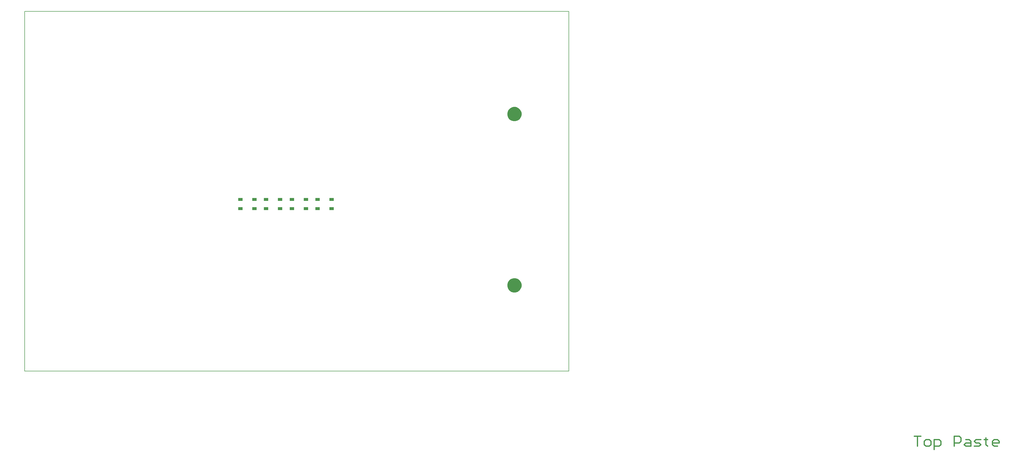
<source format=gtp>
G04*
G04 #@! TF.GenerationSoftware,Altium Limited,Altium Designer,20.0.10 (225)*
G04*
G04 Layer_Color=8421504*
%FSLAX25Y25*%
%MOIN*%
G70*
G01*
G75*
%ADD10C,0.01575*%
%ADD11C,0.00591*%
%ADD12R,0.05906X0.03937*%
G36*
X474409Y39370D02*
Y38401D01*
X474788Y36499D01*
X475530Y34708D01*
X476607Y33096D01*
X477978Y31725D01*
X479590Y30648D01*
X481381Y29906D01*
X483283Y29528D01*
X484252D01*
X485221D01*
X487123Y29906D01*
X488914Y30648D01*
X490526Y31725D01*
X491897Y33096D01*
X492974Y34708D01*
X493716Y36499D01*
X494095Y38401D01*
Y39370D01*
Y40339D01*
X493716Y42241D01*
X492974Y44032D01*
X491897Y45644D01*
X490526Y47015D01*
X488914Y48092D01*
X487123Y48834D01*
X485221Y49213D01*
X484252D01*
X483283D01*
X481381Y48834D01*
X479590Y48092D01*
X477978Y47015D01*
X476607Y45644D01*
X475530Y44032D01*
X474788Y42241D01*
X474409Y40339D01*
Y39370D01*
D01*
D02*
G37*
G36*
Y275590D02*
Y274621D01*
X474788Y272720D01*
X475530Y270928D01*
X476607Y269316D01*
X477978Y267945D01*
X479590Y266868D01*
X481381Y266126D01*
X483283Y265748D01*
X484252D01*
X485221D01*
X487123Y266126D01*
X488914Y266868D01*
X490526Y267945D01*
X491897Y269316D01*
X492974Y270928D01*
X493716Y272720D01*
X494095Y274621D01*
Y275590D01*
Y276560D01*
X493716Y278462D01*
X492974Y280253D01*
X491897Y281865D01*
X490526Y283236D01*
X488914Y284313D01*
X487123Y285055D01*
X485221Y285433D01*
X484252D01*
X483283D01*
X481381Y285055D01*
X479590Y284313D01*
X477978Y283236D01*
X476607Y281865D01*
X475530Y280253D01*
X474788Y278462D01*
X474409Y276560D01*
Y275590D01*
D01*
D02*
G37*
D10*
X1035047Y-168552D02*
X1044230D01*
X1039639D01*
Y-182327D01*
X1051118D02*
X1055710D01*
X1058005Y-180031D01*
Y-175439D01*
X1055710Y-173144D01*
X1051118D01*
X1048822Y-175439D01*
Y-180031D01*
X1051118Y-182327D01*
X1062597Y-186919D02*
Y-173144D01*
X1069485D01*
X1071780Y-175439D01*
Y-180031D01*
X1069485Y-182327D01*
X1062597D01*
X1090147D02*
Y-168552D01*
X1097035D01*
X1099331Y-170848D01*
Y-175439D01*
X1097035Y-177735D01*
X1090147D01*
X1106218Y-173144D02*
X1110810D01*
X1113106Y-175439D01*
Y-182327D01*
X1106218D01*
X1103922Y-180031D01*
X1106218Y-177735D01*
X1113106D01*
X1117697Y-182327D02*
X1124585D01*
X1126881Y-180031D01*
X1124585Y-177735D01*
X1119993D01*
X1117697Y-175439D01*
X1119993Y-173144D01*
X1126881D01*
X1133768Y-170848D02*
Y-173144D01*
X1131472D01*
X1136064D01*
X1133768D01*
Y-180031D01*
X1136064Y-182327D01*
X1149839D02*
X1145248D01*
X1142952Y-180031D01*
Y-175439D01*
X1145248Y-173144D01*
X1149839D01*
X1152135Y-175439D01*
Y-177735D01*
X1142952D01*
D11*
X559055Y-78740D02*
Y417323D01*
X-190945D02*
X559055D01*
X-190945Y-78740D02*
Y417323D01*
Y-78740D02*
X559055D01*
D12*
X232087Y157874D02*
D03*
Y145276D02*
D03*
X212795D02*
D03*
Y157874D02*
D03*
X177362D02*
D03*
Y145276D02*
D03*
X196653D02*
D03*
Y157874D02*
D03*
X141929D02*
D03*
Y145276D02*
D03*
X161221D02*
D03*
Y157874D02*
D03*
X106496D02*
D03*
Y145276D02*
D03*
X125787D02*
D03*
Y157874D02*
D03*
M02*

</source>
